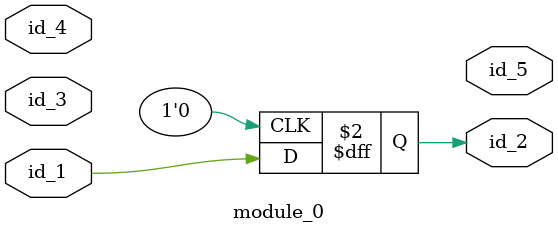
<source format=v>
`endcelldefine
module module_0 (
    id_1,
    id_2,
    id_3,
    id_4,
    id_5
);
  output id_5;
  inout id_4;
  inout id_3;
  output id_2;
  input id_1;
  always @(posedge 1'h0) begin
    id_2 = id_1;
  end
  assign id_3 = id_3;
endmodule

</source>
